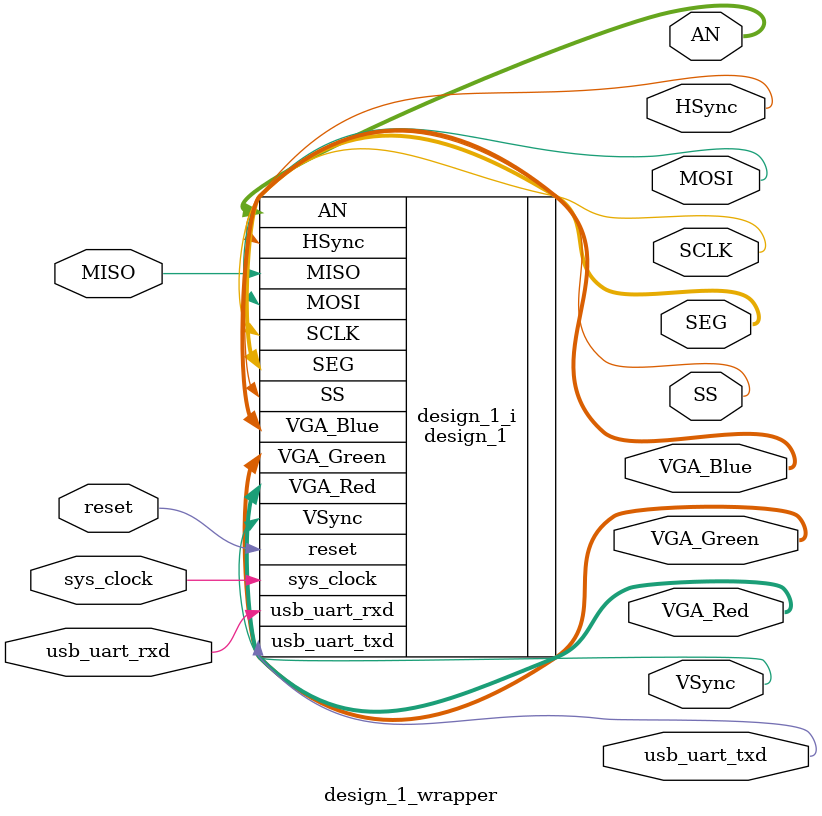
<source format=v>
`timescale 1 ps / 1 ps

module design_1_wrapper
   (AN,
    HSync,
    MISO,
    MOSI,
    SCLK,
    SEG,
    SS,
    VGA_Blue,
    VGA_Green,
    VGA_Red,
    VSync,
    reset,
    sys_clock,
    usb_uart_rxd,
    usb_uart_txd);
  output [7:0]AN;
  output HSync;
  input MISO;
  output MOSI;
  output SCLK;
  output [6:0]SEG;
  output SS;
  output [3:0]VGA_Blue;
  output [3:0]VGA_Green;
  output [3:0]VGA_Red;
  output VSync;
  input reset;
  input sys_clock;
  input usb_uart_rxd;
  output usb_uart_txd;

  wire [7:0]AN;
  wire HSync;
  wire MISO;
  wire MOSI;
  wire SCLK;
  wire [6:0]SEG;
  wire SS;
  wire [3:0]VGA_Blue;
  wire [3:0]VGA_Green;
  wire [3:0]VGA_Red;
  wire VSync;
  wire reset;
  wire sys_clock;
  wire usb_uart_rxd;
  wire usb_uart_txd;

  design_1 design_1_i
       (.AN(AN),
        .HSync(HSync),
        .MISO(MISO),
        .MOSI(MOSI),
        .SCLK(SCLK),
        .SEG(SEG),
        .SS(SS),
        .VGA_Blue(VGA_Blue),
        .VGA_Green(VGA_Green),
        .VGA_Red(VGA_Red),
        .VSync(VSync),
        .reset(reset),
        .sys_clock(sys_clock),
        .usb_uart_rxd(usb_uart_rxd),
        .usb_uart_txd(usb_uart_txd));
endmodule

</source>
